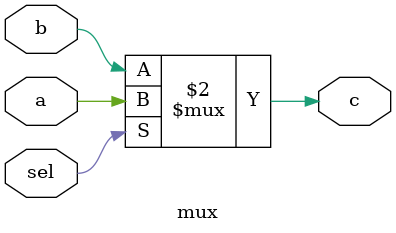
<source format=v>
module mux (input a, b, sel,
                  output reg c);
  always @ ( a or b or sel)
  begin
    c = sel ? a : b;
  end
endmodule

</source>
